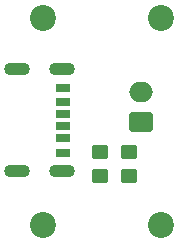
<source format=gts>
G04 #@! TF.GenerationSoftware,KiCad,Pcbnew,(6.0.0)*
G04 #@! TF.CreationDate,2023-03-26T21:44:28-04:00*
G04 #@! TF.ProjectId,stroboscope_usb_c_0v1,7374726f-626f-4736-936f-70655f757362,rev?*
G04 #@! TF.SameCoordinates,Original*
G04 #@! TF.FileFunction,Soldermask,Top*
G04 #@! TF.FilePolarity,Negative*
%FSLAX46Y46*%
G04 Gerber Fmt 4.6, Leading zero omitted, Abs format (unit mm)*
G04 Created by KiCad (PCBNEW (6.0.0)) date 2023-03-26 21:44:28*
%MOMM*%
%LPD*%
G01*
G04 APERTURE LIST*
G04 Aperture macros list*
%AMRoundRect*
0 Rectangle with rounded corners*
0 $1 Rounding radius*
0 $2 $3 $4 $5 $6 $7 $8 $9 X,Y pos of 4 corners*
0 Add a 4 corners polygon primitive as box body*
4,1,4,$2,$3,$4,$5,$6,$7,$8,$9,$2,$3,0*
0 Add four circle primitives for the rounded corners*
1,1,$1+$1,$2,$3*
1,1,$1+$1,$4,$5*
1,1,$1+$1,$6,$7*
1,1,$1+$1,$8,$9*
0 Add four rect primitives between the rounded corners*
20,1,$1+$1,$2,$3,$4,$5,0*
20,1,$1+$1,$4,$5,$6,$7,0*
20,1,$1+$1,$6,$7,$8,$9,0*
20,1,$1+$1,$8,$9,$2,$3,0*%
G04 Aperture macros list end*
%ADD10C,2.200000*%
%ADD11RoundRect,0.250000X0.450000X-0.350000X0.450000X0.350000X-0.450000X0.350000X-0.450000X-0.350000X0*%
%ADD12R,1.200000X0.700000*%
%ADD13R,1.200000X0.760000*%
%ADD14R,1.200000X0.800000*%
%ADD15O,2.200000X1.100000*%
%ADD16RoundRect,0.250000X0.750000X-0.600000X0.750000X0.600000X-0.750000X0.600000X-0.750000X-0.600000X0*%
%ADD17O,2.000000X1.700000*%
G04 APERTURE END LIST*
D10*
X130000000Y-102500000D03*
D11*
X124764800Y-98332800D03*
X124764800Y-96332800D03*
D10*
X120000000Y-102500000D03*
X120000000Y-85000000D03*
D11*
X127254000Y-98332800D03*
X127254000Y-96332800D03*
D10*
X130000000Y-85000000D03*
D12*
X121680000Y-93100000D03*
D13*
X121680000Y-95120000D03*
D14*
X121680000Y-96350000D03*
D12*
X121680000Y-94100000D03*
D13*
X121680000Y-92080000D03*
D14*
X121680000Y-90850000D03*
D15*
X117800000Y-89280000D03*
X117800000Y-97920000D03*
X121600000Y-89280000D03*
X121600000Y-97920000D03*
D16*
X128317800Y-93756800D03*
D17*
X128317800Y-91256800D03*
M02*

</source>
